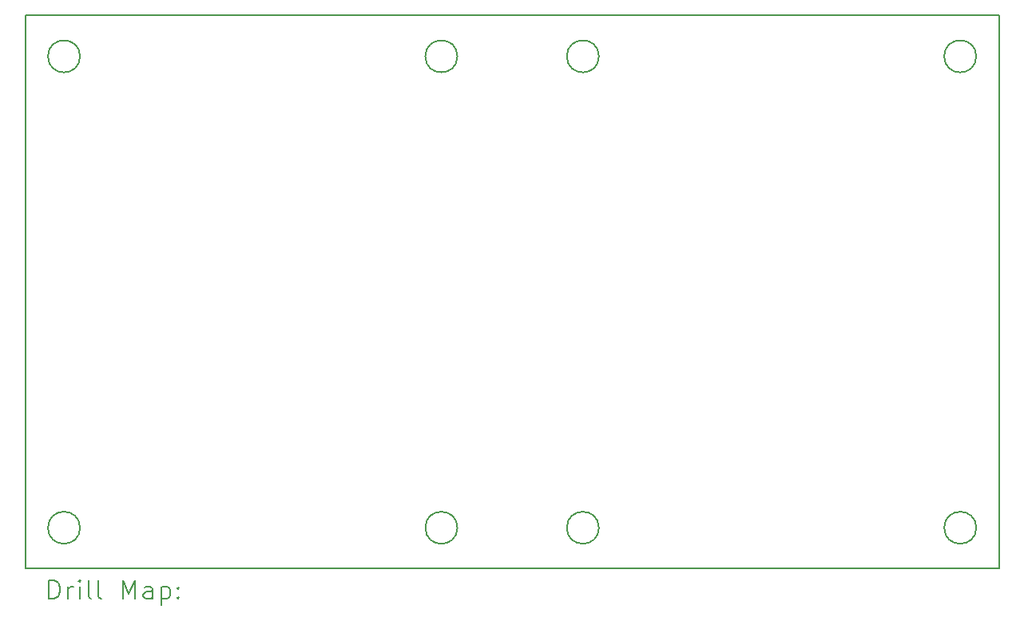
<source format=gbr>
%TF.GenerationSoftware,KiCad,Pcbnew,7.0.7*%
%TF.CreationDate,2023-09-27T10:11:27+07:00*%
%TF.ProjectId,power_module,706f7765-725f-46d6-9f64-756c652e6b69,rev?*%
%TF.SameCoordinates,Original*%
%TF.FileFunction,Drillmap*%
%TF.FilePolarity,Positive*%
%FSLAX45Y45*%
G04 Gerber Fmt 4.5, Leading zero omitted, Abs format (unit mm)*
G04 Created by KiCad (PCBNEW 7.0.7) date 2023-09-27 10:11:27*
%MOMM*%
%LPD*%
G01*
G04 APERTURE LIST*
%ADD10C,0.200000*%
G04 APERTURE END LIST*
D10*
X14891231Y-9932674D02*
X4572000Y-9932674D01*
X4572000Y-4064000D02*
X4572000Y-9932674D01*
X14891231Y-4064000D02*
X4572000Y-4064000D01*
X14891231Y-9932674D02*
X14891231Y-4064000D01*
X5151616Y-9498337D02*
G75*
G03*
X5151616Y-9498337I-170000J0D01*
G01*
X14651616Y-4498337D02*
G75*
G03*
X14651616Y-4498337I-170000J0D01*
G01*
X14651616Y-9498337D02*
G75*
G03*
X14651616Y-9498337I-170000J0D01*
G01*
X10651616Y-9498337D02*
G75*
G03*
X10651616Y-9498337I-170000J0D01*
G01*
X5151616Y-4498337D02*
G75*
G03*
X5151616Y-4498337I-170000J0D01*
G01*
X9151616Y-9498337D02*
G75*
G03*
X9151616Y-9498337I-170000J0D01*
G01*
X9151616Y-4498337D02*
G75*
G03*
X9151616Y-4498337I-170000J0D01*
G01*
X10651616Y-4498337D02*
G75*
G03*
X10651616Y-4498337I-170000J0D01*
G01*
X4822777Y-10254158D02*
X4822777Y-10054158D01*
X4822777Y-10054158D02*
X4870396Y-10054158D01*
X4870396Y-10054158D02*
X4898967Y-10063682D01*
X4898967Y-10063682D02*
X4918015Y-10082729D01*
X4918015Y-10082729D02*
X4927539Y-10101777D01*
X4927539Y-10101777D02*
X4937063Y-10139872D01*
X4937063Y-10139872D02*
X4937063Y-10168444D01*
X4937063Y-10168444D02*
X4927539Y-10206539D01*
X4927539Y-10206539D02*
X4918015Y-10225587D01*
X4918015Y-10225587D02*
X4898967Y-10244634D01*
X4898967Y-10244634D02*
X4870396Y-10254158D01*
X4870396Y-10254158D02*
X4822777Y-10254158D01*
X5022777Y-10254158D02*
X5022777Y-10120825D01*
X5022777Y-10158920D02*
X5032301Y-10139872D01*
X5032301Y-10139872D02*
X5041824Y-10130348D01*
X5041824Y-10130348D02*
X5060872Y-10120825D01*
X5060872Y-10120825D02*
X5079920Y-10120825D01*
X5146586Y-10254158D02*
X5146586Y-10120825D01*
X5146586Y-10054158D02*
X5137063Y-10063682D01*
X5137063Y-10063682D02*
X5146586Y-10073206D01*
X5146586Y-10073206D02*
X5156110Y-10063682D01*
X5156110Y-10063682D02*
X5146586Y-10054158D01*
X5146586Y-10054158D02*
X5146586Y-10073206D01*
X5270396Y-10254158D02*
X5251348Y-10244634D01*
X5251348Y-10244634D02*
X5241824Y-10225587D01*
X5241824Y-10225587D02*
X5241824Y-10054158D01*
X5375158Y-10254158D02*
X5356110Y-10244634D01*
X5356110Y-10244634D02*
X5346586Y-10225587D01*
X5346586Y-10225587D02*
X5346586Y-10054158D01*
X5603729Y-10254158D02*
X5603729Y-10054158D01*
X5603729Y-10054158D02*
X5670396Y-10197015D01*
X5670396Y-10197015D02*
X5737062Y-10054158D01*
X5737062Y-10054158D02*
X5737062Y-10254158D01*
X5918015Y-10254158D02*
X5918015Y-10149396D01*
X5918015Y-10149396D02*
X5908491Y-10130348D01*
X5908491Y-10130348D02*
X5889443Y-10120825D01*
X5889443Y-10120825D02*
X5851348Y-10120825D01*
X5851348Y-10120825D02*
X5832301Y-10130348D01*
X5918015Y-10244634D02*
X5898967Y-10254158D01*
X5898967Y-10254158D02*
X5851348Y-10254158D01*
X5851348Y-10254158D02*
X5832301Y-10244634D01*
X5832301Y-10244634D02*
X5822777Y-10225587D01*
X5822777Y-10225587D02*
X5822777Y-10206539D01*
X5822777Y-10206539D02*
X5832301Y-10187491D01*
X5832301Y-10187491D02*
X5851348Y-10177968D01*
X5851348Y-10177968D02*
X5898967Y-10177968D01*
X5898967Y-10177968D02*
X5918015Y-10168444D01*
X6013253Y-10120825D02*
X6013253Y-10320825D01*
X6013253Y-10130348D02*
X6032301Y-10120825D01*
X6032301Y-10120825D02*
X6070396Y-10120825D01*
X6070396Y-10120825D02*
X6089443Y-10130348D01*
X6089443Y-10130348D02*
X6098967Y-10139872D01*
X6098967Y-10139872D02*
X6108491Y-10158920D01*
X6108491Y-10158920D02*
X6108491Y-10216063D01*
X6108491Y-10216063D02*
X6098967Y-10235110D01*
X6098967Y-10235110D02*
X6089443Y-10244634D01*
X6089443Y-10244634D02*
X6070396Y-10254158D01*
X6070396Y-10254158D02*
X6032301Y-10254158D01*
X6032301Y-10254158D02*
X6013253Y-10244634D01*
X6194205Y-10235110D02*
X6203729Y-10244634D01*
X6203729Y-10244634D02*
X6194205Y-10254158D01*
X6194205Y-10254158D02*
X6184682Y-10244634D01*
X6184682Y-10244634D02*
X6194205Y-10235110D01*
X6194205Y-10235110D02*
X6194205Y-10254158D01*
X6194205Y-10130348D02*
X6203729Y-10139872D01*
X6203729Y-10139872D02*
X6194205Y-10149396D01*
X6194205Y-10149396D02*
X6184682Y-10139872D01*
X6184682Y-10139872D02*
X6194205Y-10130348D01*
X6194205Y-10130348D02*
X6194205Y-10149396D01*
M02*

</source>
